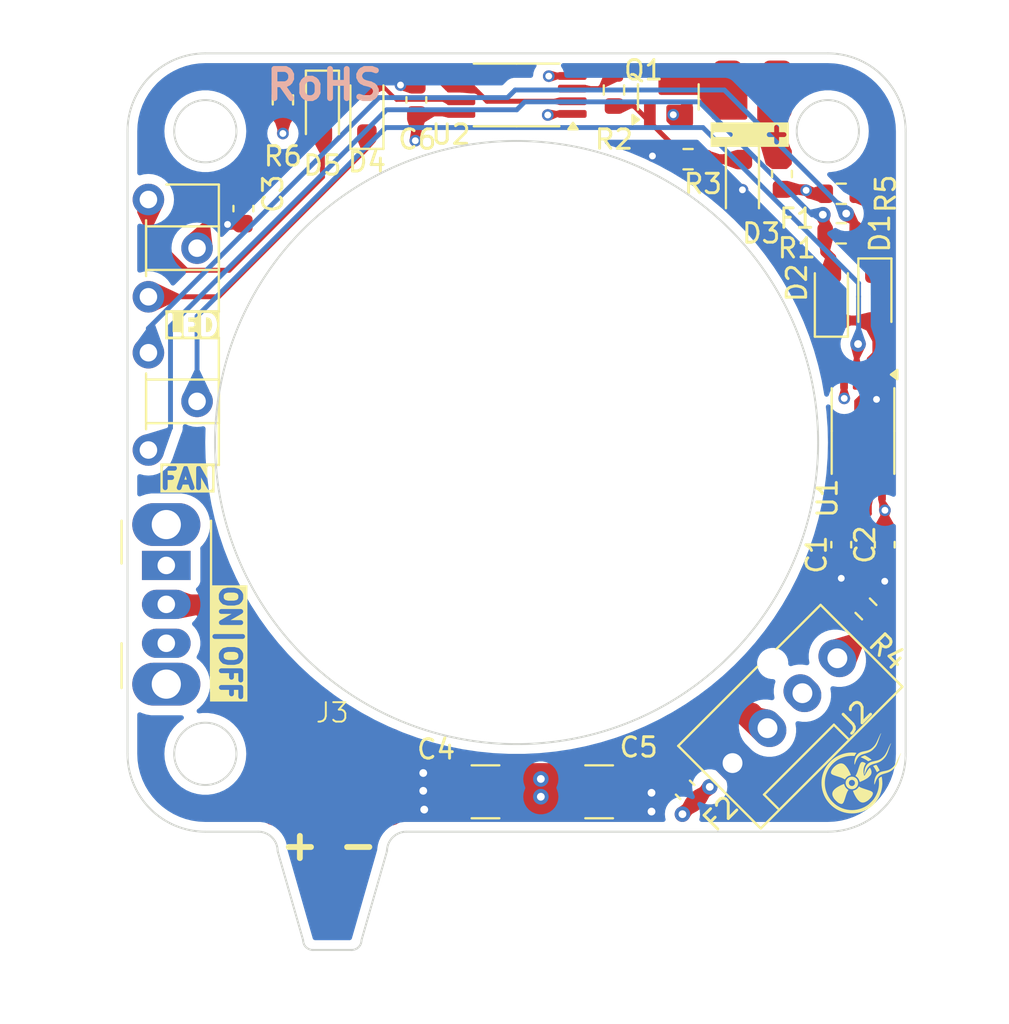
<source format=kicad_pcb>
(kicad_pcb (version 20240108) (generator "pcbnew") (generator_version "8.0")
  (layers (0 "F.Cu" signal) (1 "In1.Cu" signal) (2 "In2.Cu" signal) (31 "B.Cu" signal) (34 "B.Paste" user) (35 "F.Paste" user) (36 "B.SilkS" user "B.Silkscreen") (37 "F.SilkS" user "F.Silkscreen") (38 "B.Mask" user) (39 "F.Mask" user) (44 "Edge.Cuts" user))
  (net 0 "")
  (net 1 "GND")
  (net 2 "Net-(D1-A)")
  (net 3 "VCC")
  (net 4 "Net-(D1-K)")
  (net 5 "Net-(D2-A)")
  (net 6 "Net-(D3-K)")
  (net 7 "/PWM")
  (net 9 "Net-(U2-THR)")
  (net 10 "Net-(U1-DIS)")
  (net 11 "Net-(U1-Q)")
  (net 12 "Net-(D4-A)")
  (net 13 "Net-(D4-K)")
  (net 14 "Net-(D5-A)")
  (net 15 "Net-(U2-Q)")
  (net 18 "/GND_PWM")
  (net 19 "/VCC_fuse")
  (net 20 "Net-(J3-Pin_1)")
  (net 22 "/VCC_fuse_fan")
  (footprint "Package_SO:TSSOP-8_4.4x3mm_P0.65mm" (layer "F.Cu") (at 187.8076 89.408 -90)
    (property "Reference" "U1" (at 3.4544 1.8288 -90) (layer "F.SilkS"))
    (property "Value" "NE555P")
    (pad "1" smd roundrect (at -2.8625 -0.975 270) (size 1.475 0.4) (layers "F.Cu" "F.Paste" "F.Mask") (net 1 "GND"))
    (pad "2" smd roundrect (at -2.8625 -0.325 270) (size 1.475 0.4) (layers "F.Cu" "F.Paste" "F.Mask") (net 2 "Net-(D1-A)"))
    (pad "3" smd roundrect (at -2.8625 0.325 270) (size 1.475 0.4) (layers "F.Cu" "F.Paste" "F.Mask") (net 11 "Net-(U1-Q)"))
    (pad "4" smd roundrect (at -2.8625 0.975 270) (size 1.475 0.4) (layers "F.Cu" "F.Paste" "F.Mask") (net 3 "VCC"))
    (pad "5" smd roundrect (at 2.8625 0.975 270) (size 1.475 0.4) (layers "F.Cu" "F.Paste" "F.Mask"))
    (pad "6" smd roundrect (at 2.8625 0.325 270) (size 1.475 0.4) (layers "F.Cu" "F.Paste" "F.Mask") (net 2 "Net-(D1-A)"))
    (pad "7" smd roundrect (at 2.8625 -0.325 270) (size 1.475 0.4) (layers "F.Cu" "F.Paste" "F.Mask") (net 10 "Net-(U1-DIS)"))
    (pad "8" smd roundrect (at 2.8625 -0.975 270) (size 1.475 0.4) (layers "F.Cu" "F.Paste" "F.Mask") (net 3 "VCC"))
  )
  (footprint "Fuse:Fuse_0603_1608Metric" (layer "F.Cu") (at 183.642 76.2 -90)
    (property "Reference" "F1" (at 2.286 -0.762 180) (layer "F.SilkS"))
    (property "Value" "1A")
    (pad "1" smd roundrect (at -0.7875 0 270) (size 0.875 0.95) (layers "F.Cu" "F.Paste" "F.Mask") (net 22 "/VCC_fuse_fan"))
    (pad "2" smd roundrect (at 0.7875 0 270) (size 0.875 0.95) (layers "F.Cu" "F.Paste" "F.Mask") (net 3 "VCC"))
  )
  (footprint "Resistor_SMD:R_0603_1608Metric" (layer "F.Cu") (at 178.816 75.438 180)
    (property "Reference" "R3" (at -0.762 -1.27 180) (layer "F.SilkS"))
    (property "Value" "1k")
    (pad "1" smd roundrect (at -0.825 0 180) (size 0.8 0.95) (layers "F.Cu" "F.Paste" "F.Mask") (net 6 "Net-(D3-K)"))
    (pad "2" smd roundrect (at 0.825 0 180) (size 0.8 0.95) (layers "F.Cu" "F.Paste" "F.Mask") (net 1 "GND"))
  )
  (footprint "Diode_SMD:D_SOD-323_HandSoldering" (layer "F.Cu") (at 188.4172 82.55 -90)
    (property "Reference" "D1" (at -3.302 -0.254 90) (layer "F.SilkS"))
    (property "Value" "FR107WS")
    (pad "1" smd roundrect (at -1.25 0 270) (size 1 1) (layers "F.Cu" "F.Paste" "F.Mask") (net 4 "Net-(D1-K)"))
    (pad "2" smd roundrect (at 1.25 0 270) (size 1 1) (layers "F.Cu" "F.Paste" "F.Mask") (net 2 "Net-(D1-A)"))
  )
  (footprint "Connector:FanPinHeader_1x04_P2.54mm_Vertical" (layer "F.Cu") (at 181.100863 106.474872 45)
    (property "Reference" "J2" (at 6.127795 2.789017 45) (layer "F.SilkS"))
    (property "Value" "Conn_01x04")
    (pad "" np_thru_hole circle (at 5.08 -2.16 135) (size 1.1 1.1) (drill 1.1) (layers "*.Cu" "*.Mask"))
    (pad "1" thru_hole rect (at 0 0 135) (size 2.03 1.73) (drill 1.02) (layers "*.Cu" "*.Mask") (net 1 "GND"))
    (pad "2" thru_hole oval (at 2.54 0 135) (size 2.03 1.73) (drill 1.02) (layers "*.Cu" "*.Mask") (net 19 "/VCC_fuse"))
    (pad "3" thru_hole oval (at 5.079999 0 135) (size 2.03 1.73) (drill 1.02) (layers "*.Cu" "*.Mask"))
    (pad "4" thru_hole oval (at 7.62 0 135) (size 2.03 1.73) (drill 1.02) (layers "*.Cu" "*.Mask") (net 7 "/PWM"))
  )
  (footprint "Wire_Pad_1x2_2.54P:Wire_Pad_1x2_2.54P" (layer "F.Cu") (at 160.528 107.188)
    (property "Reference" "J3" (at 0 -3.302 0) (layer "F.SilkS") (effects (font (thickness 0.1))))
    (property "Value" "12V 1A")
    (pad "1" smd roundrect (at -2.2098 0 90) (size 5 3) (layers "F.Cu" "F.Paste" "F.Mask") (net 20 "Net-(J3-Pin_1)") (clearance 0.5))
    (pad "2" smd roundrect (at 2.2352 0 90) (size 5 3) (layers "F.Cu" "F.Paste" "F.Mask") (net 1 "GND") (clearance 0.5))
  )
  (footprint "Resistor_SMD:R_0603_1608Metric" (layer "F.Cu") (at 186.69 77.216 180)
    (property "Reference" "R5" (at -2.286 0 -90) (layer "F.SilkS"))
    (property "Value" "1k")
    (pad "1" smd roundrect (at -0.825 0 180) (size 0.8 0.95) (layers "F.Cu" "F.Paste" "F.Mask") (net 10 "Net-(U1-DIS)"))
    (pad "2" smd roundrect (at 0.825 0 180) (size 0.8 0.95) (layers "F.Cu" "F.Paste" "F.Mask") (net 3 "VCC"))
  )
  (footprint "Diode_SMD:D_SOD-323_HandSoldering" (layer "F.Cu") (at 181.61 76.708 -90)
    (property "Reference" "D3" (at 2.54 -0.9652 180) (layer "F.SilkS"))
    (property "Value" "5.1V")
    (pad "1" smd roundrect (at -1.25 0 270) (size 1 1) (layers "F.Cu" "F.Paste" "F.Mask") (net 6 "Net-(D3-K)"))
    (pad "2" smd roundrect (at 1.25 0 270) (size 1 1) (layers "F.Cu" "F.Paste" "F.Mask") (net 1 "GND"))
  )
  (footprint "Capacitor_SMD:C_0603_1608Metric" (layer "F.Cu") (at 186.69 95.25 -90)
    (property "Reference" "C1" (at 0.508 1.27 90) (layer "F.SilkS"))
    (property "Value" "10nF")
    (pad "1" smd roundrect (at -0.775 0 270) (size 0.9 0.95) (layers "F.Cu" "F.Paste" "F.Mask") (net 2 "Net-(D1-A)"))
    (pad "2" smd roundrect (at 0.775 0 270) (size 0.9 0.95) (layers "F.Cu" "F.Paste" "F.Mask") (net 1 "GND"))
  )
  (footprint "Capacitor_SMD:C_0603_1608Metric" (layer "F.Cu") (at 164.846 72.39 -90)
    (property "Reference" "C6" (at 2.032 -0.0508 0) (layer "F.SilkS"))
    (property "Value" "100nF")
    (pad "1" smd roundrect (at -0.775 0 270) (size 0.9 0.95) (layers "F.Cu" "F.Paste" "F.Mask") (net 1 "GND"))
    (pad "2" smd roundrect (at 0.775 0 270) (size 0.9 0.95) (layers "F.Cu" "F.Paste" "F.Mask") (net 3 "VCC"))
  )
  (footprint "Fiducial:Fiducial_0.75mm_Mask1.5mm" (layer "F.Cu") (at 152 72)
    (property "Reference" "FID1" (hide yes))
    (property "Value" "Fiducial")
    (pad "" smd circle (at 0 0) (size 0.75 0.75) (layers "F.Cu" "F.Mask") (clearance 0.375))
  )
  (footprint "Potentiometer_THT:Potentiometer_Piher_PT-6-H_Horizontal" (layer "F.Cu") (at 151.075 85.384)
    (property "Reference" "RV1" (hide yes))
    (property "Value" "1k")
    (pad "1" thru_hole circle (at 0 0) (size 1.62 1.62) (drill 0.9) (layers "*.Cu" "*.Mask") (net 4 "Net-(D1-K)"))
    (pad "2" thru_hole circle (at 2.5 2.5) (size 1.62 1.62) (drill 0.9) (layers "*.Cu" "*.Mask") (net 11 "Net-(U1-Q)"))
    (pad "3" thru_hole circle (at 0 5) (size 1.62 1.62) (drill 0.9) (layers "*.Cu" "*.Mask") (net 5 "Net-(D2-A)"))
  )
  (footprint "LOGO" (layer "F.Cu") (at 187.5536 106.9848 45)
    (property "Reference" "G***" (hide yes))
    (property "Value" "LOGO" (hide yes))
  )
  (footprint "Button_Switch_THT:SW_Slide_SPDT_Angled_CK_OS102011MA1Q" (layer "F.Cu") (at 151.9936 96.3168 -90)
    (property "Reference" "SW1" (hide yes))
    (property "Value" "SW_SPDT")
    (pad "" thru_hole oval (at -2.1 0 270) (size 2.2 3.5) (drill 1.5) (layers "*.Cu" "*.Mask"))
    (pad "" thru_hole oval (at 6.1 0 270) (size 2.2 3.5) (drill 1.5) (layers "*.Cu" "*.Mask"))
    (pad "1" thru_hole rect (at 0 0 270) (size 1.5 2.5) (drill 0.9) (layers "*.Cu" "*.Mask") (net 3 "VCC"))
    (pad "2" thru_hole oval (at 2 0 270) (size 1.5 2.5) (drill 0.9) (layers "*.Cu" "*.Mask") (net 20 "Net-(J3-Pin_1)"))
    (pad "3" thru_hole oval (at 4 0 270) (size 1.5 2.5) (drill 0.9) (layers "*.Cu" "*.Mask"))
  )
  (footprint "Package_SO:TSSOP-8_4.4x3mm_P0.65mm" (layer "F.Cu") (at 170 72.136 180)
    (property "Reference" "U2" (at 3.376 -2.032 180) (layer "F.SilkS"))
    (property "Value" "NE555P")
    (pad "1" smd roundrect (at -2.8625 -0.975 180) (size 1.475 0.4) (layers "F.Cu" "F.Paste" "F.Mask") (net 1 "GND"))
    (pad "2" smd roundrect (at -2.8625 -0.325 180) (size 1.475 0.4) (layers "F.Cu" "F.Paste" "F.Mask") (net 9 "Net-(U2-THR)"))
    (pad "3" smd roundrect (at -2.8625 0.325 180) (size 1.475 0.4) (layers "F.Cu" "F.Paste" "F.Mask") (net 15 "Net-(U2-Q)"))
    (pad "4" smd roundrect (at -2.8625 0.975 180) (size 1.475 0.4) (layers "F.Cu" "F.Paste" "F.Mask") (net 3 "VCC"))
    (pad "5" smd roundrect (at 2.8625 0.975 180) (size 1.475 0.4) (layers "F.Cu" "F.Paste" "F.Mask"))
    (pad "6" smd roundrect (at 2.8625 0.325 180) (size 1.475 0.4) (layers "F.Cu" "F.Paste" "F.Mask") (net 9 "Net-(U2-THR)"))
    (pad "7" smd roundrect (at 2.8625 -0.325 180) (size 1.475 0.4) (layers "F.Cu" "F.Paste" "F.Mask") (net 12 "Net-(D4-A)"))
    (pad "8" smd roundrect (at 2.8625 -0.975 180) (size 1.475 0.4) (layers "F.Cu" "F.Paste" "F.Mask") (net 3 "VCC"))
  )
  (footprint "Fiducial:Fiducial_0.75mm_Mask1.5mm" (layer "F.Cu") (at 188 72)
    (property "Reference" "FID2" (hide yes))
    (property "Value" "Fiducial")
    (pad "" smd circle (at 0 0) (size 0.75 0.75) (layers "F.Cu" "F.Mask") (clearance 0.375))
  )
  (footprint "Resistor_SMD:R_0603_1608Metric" (layer "F.Cu") (at 175.006 71.882 -90)
    (property "Reference" "R2" (at 2.54 0 180) (layer "F.SilkS"))
    (property "Value" "200")
    (pad "1" smd roundrect (at -0.825 0 270) (size 0.8 0.95) (layers "F.Cu" "F.Paste" "F.Mask") (net 15 "Net-(U2-Q)"))
    (pad "2" smd roundrect (at 0.825 0 270) (size 0.8 0.95) (layers "F.Cu" "F.Paste" "F.Mask") (net 6 "Net-(D3-K)"))
  )
  (footprint "Capacitor_SMD:C_0603_1608Metric" (layer "F.Cu") (at 155.956 77.978 90)
    (property "Reference" "C3" (at 0.762 1.524 -90) (layer "F.SilkS"))
    (property "Value" "100nF")
    (pad "1" smd roundrect (at -0.775 0 90) (size 0.9 0.95) (layers "F.Cu" "F.Paste" "F.Mask") (net 1 "GND"))
    (pad "2" smd roundrect (at 0.775 0 90) (size 0.9 0.95) (layers "F.Cu" "F.Paste" "F.Mask") (net 9 "Net-(U2-THR)"))
  )
  (footprint "Wire_Pad_1x2_2.54P:Wire_pad_1x2_P1.27" (layer "F.Cu") (at 182.118 71.869 180)
    (property "Reference" "J1" (hide yes))
    (property "Value" "Conn_01x02")
    (pad "1" smd roundrect (at -1.27 0 270) (size 3 1.5) (layers "F.Cu" "F.Paste" "F.Mask") (net 22 "/VCC_fuse_fan") (clearance 0.5))
    (pad "2" smd roundrect (at 1.27 0 270) (size 3 1.5) (layers "F.Cu" "F.Paste" "F.Mask") (net 18 "/GND_PWM") (clearance 0.5))
  )
  (footprint "Package_TO_SOT_SMD:SOT-23" (layer "F.Cu") (at 177.8 72.239 90)
    (property "Reference" "Q1" (at 1.373 -1.27 0) (layer "F.SilkS"))
    (property "Value" "Q_NMOS_GSD")
    (pad "1" smd roundrect (at -0.9375 -0.95 90) (size 1.475 0.6) (layers "F.Cu" "F.Paste" "F.Mask") (net 6 "Net-(D3-K)"))
    (pad "2" smd roundrect (at -0.9375 0.95 90) (size 1.475 0.6) (layers "F.Cu" "F.Paste" "F.Mask") (net 1 "GND"))
    (pad "3" smd roundrect (at 0.9375 0 90) (size 1.475 0.6) (layers "F.Cu" "F.Paste" "F.Mask") (net 18 "/GND_PWM"))
  )
  (footprint "Potentiometer_THT:Potentiometer_Piher_PT-6-H_Horizontal" (layer "F.Cu") (at 151.075 77.51)
    (property "Reference" "RV2" (hide yes))
    (property "Value" "1k")
    (pad "1" thru_hole circle (at 0 0) (size 1.62 1.62) (drill 0.9) (layers "*.Cu" "*.Mask") (net 14 "Net-(D5-A)"))
    (pad "2" thru_hole circle (at 2.5 2.5) (size 1.62 1.62) (drill 0.9) (layers "*.Cu" "*.Mask") (net 9 "Net-(U2-THR)"))
    (pad "3" thru_hole circle (at 0 5) (size 1.62 1.62) (drill 0.9) (layers "*.Cu" "*.Mask") (net 13 "Net-(D4-K)"))
  )
  (footprint "Diode_SMD:D_SOD-323_HandSoldering" (layer "F.Cu") (at 160.02 72.898 -90)
    (property "Reference" "D5" (at 2.856999 -0.000001 180) (layer "F.SilkS"))
    (property "Value" "FR107WS")
    (pad "1" smd roundrect (at -1.25 0 270) (size 1 1) (layers "F.Cu" "F.Paste" "F.Mask") (net 12 "Net-(D4-A)"))
    (pad "2" smd roundrect (at 1.25 0 270) (size 1 1) (layers "F.Cu" "F.Paste" "F.Mask") (net 14 "Net-(D5-A)"))
  )
  (footprint "Diode_SMD:D_SOD-323_HandSoldering" (layer "F.Cu") (at 162.306 72.898 90)
    (property "Reference" "D4" (at -2.6924 0 0) (layer "F.SilkS"))
    (property "Value" "FR107WS")
    (pad "1" smd roundrect (at -1.25 0 90) (size 1 1) (layers "F.Cu" "F.Paste" "F.Mask") (net 13 "Net-(D4-K)"))
    (pad "2" smd roundrect (at 1.25 0 90) (size 1 1) (layers "F.Cu" "F.Paste" "F.Mask") (net 12 "Net-(D4-A)"))
  )
  (footprint "Capacitor_SMD:C_1210_3225Metric" (layer "F.Cu") (at 174.244 107.95)
    (property "Reference" "C5" (at 2.032001 -2.286 180) (layer "F.SilkS"))
    (property "Value" "22uF")
    (pad "1" smd roundrect (at -1.475 0) (size 1.15 2.7) (layers "F.Cu" "F.Paste" "F.Mask") (roundrect_rratio 0.217391) (net 3 "VCC"))
    (pad "2" smd roundrect (at 1.475 0) (size 1.15 2.7) (layers "F.Cu" "F.Paste" "F.Mask") (roundrect_rratio 0.217391) (net 1 "GND"))
  )
  (footprint "Resistor_SMD:R_0603_1608Metric" (layer "F.Cu") (at 187.96 98.552 -45)
    (property "Reference" "R4" (at 2.334867 0.754342 135) (layer "F.SilkS"))
    (property "Value" "200")
    (pad "1" smd roundrect (at -0.825 0 315) (size 0.8 0.95) (layers "F.Cu" "F.Paste" "F.Mask") (net 10 "Net-(U1-DIS)"))
    (pad "2" smd roundrect (at 0.825 0 315) (size 0.8 0.95) (layers "F.Cu" "F.Paste" "F.Mask") (net 7 "/PWM"))
  )
  (footprint "Fiducial:Fiducial_0.75mm_Mask1.5mm" (layer "F.Cu") (at 152 108)
    (property "Reference" "FID3" (hide yes))
    (property "Value" "Fiducial")
    (pad "" smd circle (at 0 0) (size 0.75 0.75) (layers "F.Cu" "F.Mask") (clearance 0.375))
  )
  (footprint "Capacitor_SMD:C_1210_3225Metric" (layer "F.Cu") (at 168.402 107.95 180)
    (property "Reference" "C4" (at 2.54 2.1844 0) (layer "F.SilkS"))
    (property "Value" "47uF")
    (pad "1" smd roundrect (at -1.475 0 180) (size 1.15 2.7) (layers "F.Cu" "F.Paste" "F.Mask") (roundrect_rratio 0.217391) (net 3 "VCC"))
    (pad "2" smd roundrect (at 1.475 0 180) (size 1.15 2.7) (layers "F.Cu" "F.Paste" "F.Mask") (roundrect_rratio 0.217391) (net 1 "GND"))
  )
  (footprint "Fuse:Fuse_0603_1608Metric" (layer "F.Cu") (at 178.6636 107.8484 -45)
    (property "Reference" "F2" (at 2.155261 -0.431052 -135) (layer "F.SilkS"))
    (property "Value" "1A")
    (pad "1" smd roundrect (at -0.787501 0 315) (size 0.875 0.95) (layers "F.Cu" "F.Paste" "F.Mask") (net 19 "/VCC_fuse"))
    (pad "2" smd roundrect (at 0.787501 0 315) (size 0.875 0.95) (layers "F.Cu" "F.Paste" "F.Mask") (net 3 "VCC"))
  )
  (footprint "Capacitor_SMD:C_0603_1608Metric" (layer "F.Cu") (at 188.9252 95.25 90)
    (property "Reference" "C2" (at 0 -1.016 -90) (layer "F.SilkS"))
    (property "Value" "100nF")
    (pad "1" smd roundrect (at -0.775 0 90) (size 0.9 0.95) (layers "F.Cu" "F.Paste" "F.Mask") (net 1 "GND"))
    (pad "2" smd roundrect (at 0.775 0 90) (size 0.9 0.95) (layers "F.Cu" "F.Paste" "F.Mask") (net 3 "VCC"))
  )
  (footprint "Diode_SMD:D_SOD-323_HandSoldering" (layer "F.Cu") (at 186.182 82.55 90)
    (property "Reference" "D2" (at 0.762 -1.778 -90) (layer "F.SilkS"))
    (property "Value" "FR107WS")
    (pad "1" smd roundrect (at -1.25 0 90) (size 1 1) (layers "F.Cu" "F.Paste" "F.Mask") (net 2 "Net-(D1-A)"))
    (pad "2" smd roundrect (at 1.25 0 90) (size 1 1) (layers "F.Cu" "F.Paste" "F.Mask") (net 5 "Net-(D2-A)"))
  )
  (footprint "Resistor_SMD:R_0603_1608Metric" (layer "F.Cu") (at 157.988 72.39 -90)
    (property "Reference" "R6" (at 2.8956 0 180) (layer "F.SilkS"))
    (property "Value" "1k")
    (pad "1" smd roundrect (at -0.825 0 270) (size 0.8 0.95) (layers "F.Cu" "F.Paste" "F.Mask") (net 12 "Net-(D4-A)"))
    (pad "2" smd roundrect (at 0.825 0 270) (size 0.8 0.95) (layers "F.Cu" "F.Paste" "F.Mask") (net 3 "VCC"))
  )
  (footprint "Resistor_SMD:R_0603_1608Metric" (layer "F.Cu") (at 186.69 79.248 180)
    (property "Reference" "R1" (at 2.286 -0.762 180) (layer "F.SilkS"))
    (property "Value" "4.7k")
    (pad "1" smd roundrect (at -0.825 0 180) (size 0.8 0.95) (layers "F.Cu" "F.Paste" "F.Mask") (net 4 "Net-(D1-K)"))
    (pad "2" smd roundrect (at 0.825 0 180) (size 0.8 0.95) (layers "F.Cu" "F.Paste" "F.Mask") (net 5 "Net-(D2-A)"))
  )
  (gr_line (start 159.528 116.078) (end 161.528 116.078) (stroke (width 0.1)) (layer "Edge.Cuts"))
  (gr_line (start 162.028 115.578) (end 163.338 111) (stroke (width 0.1)) (layer "Edge.Cuts"))
  (gr_arc (start 154 110) (mid 151.171573 108.828427) (end 150 106) (stroke (width 0.1)) (layer "Edge.Cuts"))
  (gr_arc (start 186 70) (mid 188.828427 71.171573) (end 190 74) (stroke (width 0.1)) (layer "Edge.Cuts"))
  (gr_arc (start 150 74) (mid 151.171573 71.171573) (end 154 70) (stroke (width 0.1)) (layer "Edge.Cuts"))
  (gr_line (start 190 106) (end 190 74) (stroke (width 0.1)) (layer "Edge.Cuts"))
  (gr_arc (start 156.718 110) (mid 157.425107 110.292893) (end 157.718 111) (stroke (width 0.1)) (layer "Edge.Cuts"))
  (gr_line (start 157.718 111) (end 159.028 115.578) (stroke (width 0.1)) (layer "Edge.Cuts"))
  (gr_circle (center 154 74) (end 155.6 74) (stroke (width 0.1)) (fill none) (layer "Edge.Cuts"))
  (gr_circle (center 186 74) (end 187.6 74) (stroke (width 0.1)) (fill none) (layer "Edge.Cuts"))
  (gr_arc (start 159.528 116.078) (mid 159.174447 115.931553) (end 159.028 115.578) (stroke (width 0.1)) (layer "Edge.Cuts"))
  (gr_line (start 164.338 110) (end 186 110) (stroke (width 0.1)) (layer "Edge.Cuts"))
  (gr_arc (start 190 106) (mid 188.828427 108.828427) (end 186 110) (stroke (width 0.1)) (layer "Edge.Cuts"))
  (gr_arc (start 163.338 111) (mid 163.630893 110.292893) (end 164.338 110) (stroke (width 0.1)) (layer "Edge.Cuts"))
  (gr_circle (center 170 90) (end 185.5 90) (stroke (width 0.1)) (fill none) (layer "Edge.Cuts"))
  (gr_circle (center 154 106) (end 155.6 106) (stroke (width 0.1)) (fill none) (layer "Edge.Cuts"))
  (gr_line (start 154 110) (end 156.718 110) (stroke (width 0.1)) (layer "Edge.Cuts"))
  (gr_line (start 154 70) (end 186 70) (stroke (width 0.1)) (layer "Edge.Cuts"))
  (gr_line (start 150 74) (end 150 106) (stroke (width 0.1)) (layer "Edge.Cuts"))
  (gr_arc (start 162.028 115.578) (mid 161.881553 115.931553) (end 161.528 116.078) (stroke (width 0.1)) (layer "Edge.Cuts"))
  (gr_text "RoHS" (at 157 72.5 0) (layer "B.SilkS") (effects (font (size 1.5 1.5) (thickness 0.3) (bold yes)) (justify left bottom)))
  (gr_text "+ -" (at 157.734 111.5568 0) (layer "F.SilkS") (effects (font (size 1.5 1.5) (thickness 0.3) (bold yes)) (justify left bottom)))
  (gr_text "FAN" (at 151.5364 92.456 0) (layer "F.SilkS" knockout) (effects (font (size 1 1) (thickness 0.25) (bold yes)) (justify left bottom)))
  (gr_text "+  -" (at 184.15 73.66 180) (layer "F.SilkS" knockout) (effects (font (size 1 1) (thickness 0.25) (bold yes)) (justify left bottom)))
  (gr_text "ON|OFF" (at 154.686 97.2312 270) (layer "F.SilkS" knockout) (effects (font (size 1 1) (thickness 0.25) (bold yes)) (justify left bottom)))
  (gr_text "LED" (at 151.7904 84.582 0) (layer "F.SilkS" knockout) (effects (font (size 1 1) (thickness 0.25) (bold yes)) (justify left bottom)))
  (segment (start 186.69 96.025) (end 186.69 96.97718) (width 0.508) (layer "F.Cu") (net 1))
  (segment (start 172.8625 73.111) (end 171.657986 73.111) (width 0.254) (layer "F.Cu") (net 1))
  (segment (start 164.833 71.628) (end 164.846 71.615) (width 0.508) (layer "F.Cu") (net 1))
  (segment (start 188.7826 86.5455) (end 188.7826 87.282999) (width 0.254) (layer "F.Cu") (net 1))
  (segment (start 164.0332 71.628) (end 164.833 71.628) (width 0.508) (layer "F.Cu") (net 1))
  (segment (start 188.5022 87.563399) (end 188.5022 87.7824) (width 0.254) (layer "F.Cu") (net 1))
  (segment (start 181.61 77.0128) (end 181.61 77.958) (width 0.508) (layer "F.Cu") (net 1))
  (segment (start 155.956 78.753) (end 155.18098 78.753) (width 0.508) (layer "F.Cu") (net 1))
  (segment (start 188.7826 87.282999) (end 188.5022 87.563399) (width 0.254) (layer "F.Cu") (net 1))
  (segment (start 176.983797 75.273087) (end 177.826087 75.273087) (width 0.508) (layer "F.Cu") (net 1))
  (segment (start 155.18098 78.753) (end 155.14318 78.7908) (width 0.508) (layer "F.Cu") (net 1))
  (segment (start 188.9252 96.025) (end 188.9252 97.129606) (width 0.508) (layer "F.Cu") (net 1))
  (segment (start 177.826087 75.273087) (end 177.991 75.438) (width 0.508) (layer "F.Cu") (net 1))
  (segment (start 171.657986 73.111) (end 171.602386 73.1666) (width 0.254) (layer "F.Cu") (net 1))
  (via (at 165.2016 106.9848) (size 0.8) (drill 0.4) (layers "F.Cu" "B.Cu") (net 1))
  (via (at 188.5022 87.7824) (size 0.6) (drill 0.35) (layers "F.Cu" "B.Cu") (net 1))
  (via (at 164.0332 71.628) (size 0.6) (drill 0.35) (layers "F.Cu" "B.Cu") (net 1))
  (via (at 178.054 73.152) (size 0.6) (drill 0.35) (layers "F.Cu" "B.Cu") (net 1))
  (via (at 181.61 77.0128) (size 0.6) (drill 0.35) (layers "F.Cu" "B.Cu") (net 1))
  (via (at 176.9364 108.0008) (size 0.8) (drill 0.4) (layers "F.Cu" "B.Cu") (net 1))
  (via (at 155.14318 78.7908) (size 0.6) (drill 0.35) (layers "F.Cu" "B.Cu") (net 1))
  (via (at 188.9252 97.129606) (size 0.6) (drill 0.35) (layers "F.Cu" "B.Cu") (net 1))
  (via (at 176.983797 75.273087) (size 0.6) (drill 0.35) (layers "F.Cu" "B.Cu") (net 1))
  (via (at 176.9364 108.966) (size 0.8) (drill 0.4) (layers "F.Cu" "B.Cu") (net 1))
  (via (at 171.602386 73.1666) (size 0.6) (drill 0.35) (layers "F.Cu" "B.Cu") (net 1))
  (via (at 186.69 96.97718) (size 0.6) (drill 0.35) (layers "F.Cu" "B.Cu") (net 1))
  (via (at 165.2524 108.8644) (size 0.8) (drill 0.4) (layers "F.Cu" "B.Cu") (net 1))
  (via (at 165.2016 107.8992) (size 0.8) (drill 0.4) (layers "F.Cu" "B.Cu") (net 1))
  (segment (start 188.4172 85.426844) (end 188.4172 83.8) (width 0.254) (layer "F.Cu") (net 2))
  (segment (start 188.346 83.7288) (end 186.2532 83.7288) (width 0.508) (layer "F.Cu") (net 2))
  (segment (start 188.1326 87.23964) (end 188.1326 86.5455) (width 0.254) (layer "F.Cu") (net 2))
  (segment (start 187.4826 92.2705) (end 187.4826 87.88964) (width 0.254) (layer "F.Cu") (net 2))
  (segment (start 187.4826 92.2705) (end 187.4826 93.218) (width 0.254) (layer "F.Cu") (net 2))
  (segment (start 186.2532 83.7288) (end 186.182 83.8) (width 0.508) (layer "F.Cu") (net 2))
  (segment (start 188.1326 86.5455) (end 188.1326 85.711444) (width 0.254) (layer "F.Cu") (net 2))
  (segment (start 186.69 94.0106) (end 186.69 94.475) (width 0.254) (layer "F.Cu") (net 2))
  (segment (start 187.4826 93.218) (end 186.69 94.0106) (width 0.254) (layer "F.Cu") (net 2))
  (segment (start 188.1326 85.711444) (end 188.4172 85.426844) (width 0.254) (layer "F.Cu") (net 2))
  (segment (start 188.4172 83.8) (end 188.346 83.7288) (width 0.508) (layer "F.Cu") (net 2))
  (segment (start 187.4826 87.88964) (end 188.1326 87.23964) (width 0.254) (layer "F.Cu") (net 2))
  (segment (start 164.846 74.4366) (end 164.7952 74.4874) (width 0.508) (layer "F.Cu") (net 3))
  (segment (start 172.8625 71.161) (end 171.663 71.161) (width 0.254) (layer "F.Cu") (net 3))
  (segment (start 157.988 74.1172) (end 157.988 73.215) (width 0.508) (layer "F.Cu") (net 3))
  (segment (start 188.7728 93.472) (end 188.782568 93.481768) (width 0.254) (layer "F.Cu") (net 3))
  (segment (start 164.846 73.165) (end 164.846 74.4366) (width 0.508) (layer "F.Cu") (net 3))
  (segment (start 188.9252 94.475) (end 188.9252 93.472) (width 0.254) (layer "F.Cu") (net 3))
  (segment (start 185.865 77.216) (end 185.062288 77.216) (width 0.508) (layer "F.Cu") (net 3))
  (segment (start 164.9 73.111) (end 164.846 73.165) (width 0.254) (layer "F.Cu") (net 3))
  (segment (start 179.220447 108.405247) (end 178.525708 109.099986) (width 0.508) (layer "F.Cu") (net 3))
  (segment (start 188.782568 93.481768) (end 188.7826 93.481768) (width 0.254) (layer "F.Cu") (net 3))
  (segment (start 171.663 71.161) (end 171.6532 71.1708) (width 0.254) (layer "F.Cu") (net 3))
  (segment (start 167.1375 73.111) (end 164.9 73.111) (width 0.254) (layer "F.Cu") (net 3))
  (segment (start 186.8326 87.7218) (end 186.8424 87.7316) (width 0.254) (layer "F.Cu") (net 3))
  (segment (start 188.7826 92.2705) (end 188.7826 93.481768) (width 0.254) (layer "F.Cu") (net 3))
  (segment (start 186.8326 86.5455) (end 186.8326 87.7218) (width 0.254) (layer "F.Cu") (net 3))
  (segment (start 184.833788 76.9875) (end 184.883238 77.03695) (width 0.508) (layer "F.Cu") (net 3))
  (segment (start 183.642 76.9875) (end 184.833788 76.9875) (width 0.508) (layer "F.Cu") (net 3))
  (segment (start 179.929694 107.696) (end 179.929716 107.696) (width 0.508) (layer "F.Cu") (net 3))
  (segment (start 185.062288 77.216) (end 184.883238 77.03695) (width 0.508) (layer "F.Cu") (net 3))
  (segment (start 179.220447 108.405247) (end 179.929694 107.696) (width 0.508) (layer "F.Cu") (net 3))
  (via (at 171.2468 107.2896) (size 0.8) (drill 0.4) (layers "F.Cu" "B.Cu") (net 3))
  (via (at 178.525708 109.099986) (size 0.8) (drill 0.4) (layers "F.Cu" "B.Cu") (net 3))
  (via (at 164.7952 74.4874) (size 0.6) (drill 0.35) (layers "F.Cu" "B.Cu") (net 3))
  (via (at 171.2468 108.204) (size 0.8) (drill 0.4) (layers "F.Cu" "B.Cu") (net 3))
  (via (at 186.8424 87.7316) (size 0.6) (drill 0.35) (layers "F.Cu" "B.Cu") (net 3))
  (via (at 184.883238 77.03695) (size 0.6) (drill 0.35) (layers "F.Cu" "B.Cu") (net 3))
  (via (at 179.929716 107.696) (size 0.8) (drill 0.4) (layers "F.Cu" "B.Cu") (net 3))
  (via (at 171.6532 71.1708) (size 0.6) (drill 0.35) (layers "F.Cu" "B.Cu") (net 3))
  (via (at 188.935 93.481768) (size 0.6) (drill 0.35) (layers "F.Cu" "B.Cu") (net 3))
  (via (at 157.988 74.1172) (size 0.6) (drill 0.35) (layers "F.Cu" "B.Cu") (net 3))
  (segment (start 187.515 79.565) (end 188.4172 80.4672) (width 0.508) (layer "F.Cu") (net 4))
  (segment (start 188.4172 80.4672) (end 188.4172 81.3) (width 0.508) (layer "F.Cu") (net 4))
  (segment (start 187.515 79.248) (end 187.515 78.803) (width 0.254) (layer "F.Cu") (net 4))
  (segment (start 187.515 79.248) (end 187.515 79.565) (width 0.508) (layer "F.Cu") (net 4))
  (segment (start 187.515 78.803) (end 186.944 78.232) (width 0.254) (layer "F.Cu") (net 4))
  (via (at 186.944 78.232) (size 0.8) (drill 0.4) (layers "F.Cu" "B.Cu") (net 4))
  (segment (start 169.926 71.882) (end 180.682883 71.882) (width 0.25) (layer "B.Cu") (net 4))
  (segment (start 151.075 85.384) (end 151.075 84.129) (width 0.25) (layer "B.Cu") (net 4))
  (segment (start 186.944 78.143117) (end 186.944 78.232) (width 0.25) (layer "B.Cu") (net 4))
  (segment (start 169.535534 72.272466) (end 169.926 71.882) (width 0.25) (layer "B.Cu") (net 4))
  (segment (start 180.682883 71.882) (end 186.944 78.143117) (width 0.25) (layer "B.Cu") (net 4))
  (segment (start 151.075 84.129) (end 162.931534 72.272466) (width 0.25) (layer "B.Cu") (net 4))
  (segment (start 162.931534 72.272466) (end 169.535534 72.272466) (width 0.25) (layer "B.Cu") (net 4))
  (segment (start 185.865 78.414118) (end 185.865 79.248) (width 0.254) (layer "F.Cu") (net 5))
  (segment (start 185.865 80.201) (end 186.182 80.518) (width 0.508) (layer "F.Cu") (net 5))
  (segment (start 185.865 79.248) (end 185.865 80.201) (width 0.508) (layer "F.Cu") (net 5))
  (segment (start 186.182 80.518) (end 186.182 81.3) (width 0.508) (layer "F.Cu") (net 5))
  (segment (start 185.741882 78.291) (end 185.865 78.414118) (width 0.254) (layer "F.Cu") (net 5))
  (via (at 185.741882 78.291) (size 0.8) (drill 0.4) (layers "F.Cu" "B.Cu") (net 5))
  (segment (start 152.21 84.01) (end 152.21 89.249) (width 0.25) (layer "B.Cu") (net 5))
  (segment (start 179.383293 72.4916) (end 170.417809 72.4916) (width 0.25) (layer "B.Cu") (net 5))
  (segment (start 185.741882 78.291) (end 185.182693 78.291) (width 0.25) (layer "B.Cu") (net 5))
  (segment (start 170.011409 72.898) (end 163.322 72.898) (width 0.25) (layer "B.Cu") (net 5))
  (segment (start 163.322 72.898) (end 152.21 84.01) (width 0.25) (layer "B.Cu") (net 5))
  (segment (start 185.182693 78.291) (end 179.383293 72.4916) (width 0.25) (layer "B.Cu") (net 5))
  (segment (start 152.21 89.249) (end 151.075 90.384) (width 0.25) (layer "B.Cu") (net 5))
  (segment (start 170.417809 72.4916) (end 170.011409 72.898) (width 0.25) (layer "B.Cu") (net 5))
  (segment (start 179.641 75.438) (end 181.59 75.438) (width 0.508) (layer "F.Cu") (net 6))
  (segment (start 177.9585 74.636) (end 178.839 74.636) (width 0.254) (layer "F.Cu") (net 6))
  (segment (start 175.006 72.707) (end 176.0295 72.707) (width 0.254) (layer "F.Cu") (net 6))
  (segment (start 181.59 75.438) (end 181.61 75.458) (width 0.508) (layer "F.Cu") (net 6))
  (segment (start 176.0295 72.707) (end 176.85 73.5275) (width 0.254) (layer "F.Cu") (net 6))
  (segment (start 178.839 74.636) (end 179.641 75.438) (width 0.254) (layer "F.Cu") (net 6))
  (segment (start 176.85 73.5275) (end 177.9585 74.636) (width 0.254) (layer "F.Cu") (net 6))
  (segment (start 186.489017 101.086718) (end 186.592008 101.086718) (width 0.508) (layer "F.Cu") (net 7))
  (segment (start 186.592008 101.086718) (end 188.543363 99.135363) (width 0.508) (layer "F.Cu") (net 7))
  (segment (start 167.83164 71.811) (end 168.48164 72.461) (width 0.254) (layer "F.Cu") (net 9))
  (segment (start 153.575 80.01) (end 153.575 79.1906) (width 0.254) (layer "F.Cu") (net 9))
  (segment (start 156.2862 76.8728) (end 155.956 77.203) (width 0.254) (layer "F.Cu") (net 9))
  (segment (start 153.575 79.1906) (end 155.5626 77.203) (width 0.254) (layer "F.Cu") (net 9))
  (segment (start 156.6672 70.6628) (end 156.2862 71.0438) (width 0.254) (layer "F.Cu") (net 9))
  (segment (start 156.2862 71.0438) (end 156.2862 76.8728) (width 0.254) (layer "F.Cu") (net 9))
  (segment (start 167.1375 71.811) (end 167.83164 71.811) (width 0.254) (layer "F.Cu") (net 9))
  (segment (start 165.29516 70.6628) (end 156.6672 70.6628) (width 0.254) (layer "F.Cu") (net 9))
  (segment (start 168.48164 72.461) (end 172.8625 72.461) (width 0.254) (layer "F.Cu") (net 9))
  (segment (start 155.5626 77.203) (end 155.956 77.203) (width 0.254) (layer "F.Cu") (net 9))
  (segment (start 166.44336 71.811) (end 165.29516 70.6628) (width 0.254) (layer "F.Cu") (net 9))
  (segment (start 167.1375 71.811) (end 166.44336 71.811) (width 0.254) (layer "F.Cu") (net 9))
  (segment (start 188.1326 92.2705) (end 188.1326 93.655) (width 0.254) (layer "F.Cu") (net 10))
  (segment (start 187.6386 97.706674) (end 187.376637 97.968637) (width 0.254) (layer "F.Cu") (net 10))
  (segment (start 189.3096 89.684) (end 189.3096 79.0106) (width 0.254) (layer "F.Cu") (net 10))
  (segment (start 188.1326 92.2705) (end 188.1326 90.861) (width 0.254) (layer "F.Cu") (net 10))
  (segment (start 188.1326 90.861) (end 189.3096 89.684) (width 0.254) (layer "F.Cu") (net 10))
  (segment (start 189.3096 79.0106) (end 187.515 77.216) (width 0.254) (layer "F.Cu") (net 10))
  (segment (start 188.1326 93.655) (end 187.6386 94.149) (width 0.254) (layer "F.Cu") (net 10))
  (segment (start 187.6386 94.149) (end 187.6386 97.706674) (width 0.254) (layer "F.Cu") (net 10))
  (segment (start 187.4826 85.00859) (end 187.55359 84.9376) (width 0.254) (layer "F.Cu") (net 11))
  (segment (start 187.4826 86.5455) (end 187.4826 85.00859) (width 0.254) (layer "F.Cu") (net 11))
  (via (at 187.55359 84.9376) (size 0.8) (drill 0.4) (layers "F.Cu" "B.Cu") (net 11))
  (segment (start 153.575 83.508466) (end 163.271066 73.8124) (width 0.25) (layer "B.Cu") (net 11))
  (segment (start 163.271066 73.8124) (end 179.578 73.8124) (width 0.25) (layer "B.Cu") (net 11))
  (segment (start 187.579 84.91219) (end 187.55359 84.9376) (width 0.254) (layer "B.Cu") (net 11))
  (segment (start 179.578 73.8124) (end 187.579 81.8134) (width 0.25) (layer "B.Cu") (net 11))
  (segment (start 187.579 82.4992) (end 187.579 84.91219) (width 0.254) (layer "B.Cu") (net 11))
  (segment (start 153.575 87.884) (end 153.575 83.508466) (width 0.25) (layer "B.Cu") (net 11))
  (segment (start 187.579 81.8134) (end 187.579 82.4992) (width 0.25) (layer "B.Cu") (net 11))
  (segment (start 167.0665 72.39) (end 163.83 72.39) (width 0.2) (layer "F.Cu") (net 12))
  (segment (start 157.988 71.565) (end 162.223 71.565) (width 0.508) (layer "F.Cu") (net 12))
  (segment (start 163.83 72.39) (end 163.088 71.648) (width 0.2) (layer "F.Cu") (net 12))
  (segment (start 163.088 71.648) (end 162.306 71.648) (width 0.2) (layer "F.Cu") (net 12))
  (segment (start 162.223 71.565) (end 162.306 71.648) (width 0.508) (layer "F.Cu") (net 12))
  (segment (start 154.6752 82.51) (end 151.075 82.51) (width 0.254) (layer "F.Cu") (net 13))
  (segment (start 162.306 74.148) (end 162.306 74.8792) (width 0.254) (layer "F.Cu") (net 13))
  (segment (start 162.306 74.8792) (end 154.6752 82.51) (width 0.254) (layer "F.Cu") (net 13))
  (segment (start 155.2254 81.147) (end 153.029 81.147) (width 0.254) (layer "F.Cu") (net 14))
  (segment (start 160.02 76.3524) (end 155.2254 81.147) (width 0.254) (layer "F.Cu") (net 14))
  (segment (start 153.029 81.147) (end 151.075 79.193) (width 0.254) (layer "F.Cu") (net 14))
  (segment (start 160.02 74.148) (end 160.02 76.3524) (width 0.254) (layer "F.Cu") (net 14))
  (segment (start 151.075 79.193) (end 151.075 77.51) (width 0.254) (layer "F.Cu") (net 14))
  (segment (start 174.252 71.811) (end 175.006 71.057) (width 0.254) (layer "F.Cu") (net 15))
  (segment (start 172.8625 71.811) (end 174.252 71.811) (width 0.254) (layer "F.Cu") (net 15))
  (segment (start 180.594 103.886) (end 182.104093 103.886) (width 1.016) (layer "F.Cu") (net 19))
  (segment (start 178.106753 106.373247) (end 180.594 103.886) (width 1.016) (layer "F.Cu") (net 19))
  (segment (start 182.104093 103.886) (end 182.896914 104.678821) (width 1.016) (layer "F.Cu") (net 19))
  (segment (start 178.106753 107.291553) (end 178.106753 106.373247) (width 1.016) (layer "F.Cu") (net 19))
  (segment (start 158.3182 107.188) (end 158.3182 102.935238) (width 1.016) (layer "F.Cu") (net 20))
  (segment (start 153.699762 98.3168) (end 151.9936 98.3168) (width 1.016) (layer "F.Cu") (net 20))
  (segment (start 158.3182 102.935238) (end 153.699762 98.3168) (width 1.016) (layer "F.Cu") (net 20))
  (segment (start 183.642 72.123) (end 183.388 71.869) (width 1.016) (layer "F.Cu") (net 22))
  (zone (net 1) (net_name "GND") (layer "F.Cu") (connect_pads yes (clearance 0.5)) (min_thickness 0.25) (fill yes (thermal_gap 0.5) (thermal_bridge_width 0.5) (smoothing chamfer) (radius 0.25))
    (polygon (pts (xy 161.036 109.4232) (xy 168.3512 109.4232) (xy 168.3512 106.2736) (xy 164.846 106.172) (xy 163.9316 104.8004) (xy 161.036 104.8004)))
  )
  (zone (net 1) (net_name "GND") (layer "F.Cu") (connect_pads yes (clearance 0.5)) (min_thickness 0.25) (fill yes (thermal_gap 0.5) (thermal_bridge_width 0.5) (smoothing chamfer) (radius 0.25))
    (polygon (pts (xy 177.6984 72.3392) (xy 179.07 72.3392) (xy 179.07 73.914) (xy 177.6984 73.914)))
  )
  (zone (net 18) (net_name "/GND_PWM") (layer "F.Cu") (connect_pads yes (clearance 0.25)) (min_thickness 0.25) (fill yes (thermal_gap 0.5) (thermal_bridge_width 0.5) (island_removal_mode 1) (island_area_min 10))
    (polygon (pts (xy 177.292 72.136) (xy 179.324 72.136) (xy 180.086 73.406) (xy 181.864 73.406) (xy 181.864 70.358) (xy 177.292 70.358)))
  )
  (zone (net 1) (net_name "GND") (layer "F.Cu") (connect_pads yes (clearance 0.5)) (min_thickness 0.25) (fill yes (thermal_gap 0.5) (thermal_bridge_width 0.5) (smoothing chamfer) (radius 0.25))
    (polygon (pts (xy 177.3428 107.6452) (xy 177.3428 109.3724) (xy 175.0568 109.4232) (xy 175.0568 106.4768) (xy 176.4792 106.4768)))
  )
  (zone (net 22) (net_name "/VCC_fuse_fan") (layer "F.Cu") (connect_pads yes (clearance 0.5)) (min_thickness 0.25) (fill yes (thermal_gap 0.5) (thermal_bridge_width 0.5) (smoothing chamfer) (radius 0.25))
    (polygon (pts (xy 182.372 70.358) (xy 182.372 74.168) (xy 182.88 75.946) (xy 184.15 75.946) (xy 184.15 70.358)))
  )
  (zone (net 3) (net_name "VCC") (layer "F.Cu") (connect_pads yes (clearance 0.5)) (min_thickness 0.25) (fill yes (thermal_gap 0.5) (thermal_bridge_width 0.5) (smoothing chamfer) (radius 0.25))
    (polygon (pts (xy 169.0116 106.4768) (xy 173.736 106.4768) (xy 173.736 109.4232) (xy 169.0116 109.4232)))
  )
  (zone (net 1) (net_name "GND") (layers "In1.Cu" "B.Cu") (connect_pads yes (clearance 0.5)) (min_thickness 0.25) (fill yes (thermal_gap 0.5) (thermal_bridge_width 0.5) (smoothing chamfer) (radius 0.25))
    (polygon (pts (xy 146.05 67.945) (xy 193.04 68.199) (xy 195.326 119.888) (xy 146.05 118.872)))
  )
)
</source>
